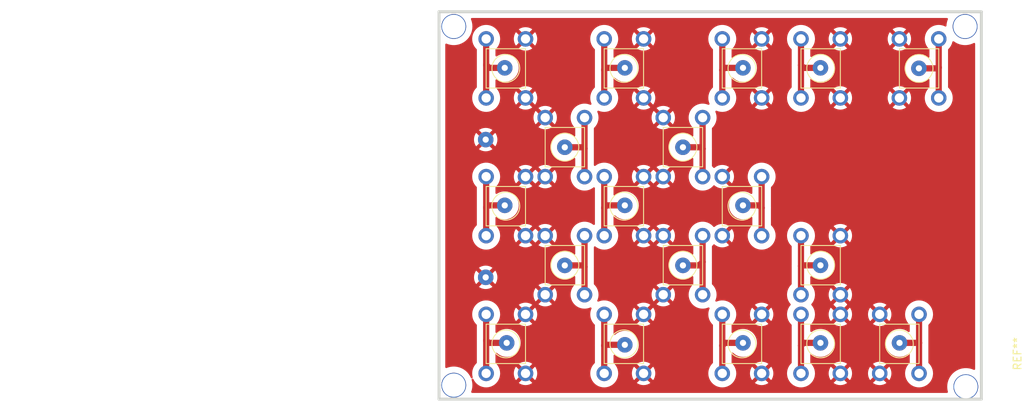
<source format=kicad_pcb>
(kicad_pcb (version 20211014) (generator pcbnew)
  (title_block (title "gswitch18") (date "24 jul 2015") (rev "1.1") (company "http://gswitch18.googlecode.com/"))
  (layers (0 "F.Cu" signal "Front") (31 "B.Cu" signal "Back") (34 "B.Paste" user) (35 "F.Paste" user) (36 "B.SilkS" user "B.Silkscreen") (37 "F.SilkS" user "F.Silkscreen") (38 "B.Mask" user) (39 "F.Mask" user) (44 "Edge.Cuts" user))
  (net 0 "")
  (net 1 "GND")
  (footprint "protoboard:protoboard" (layer "F.Cu") (at 193.3 41.7 -90)
    (fp_text reference "REF**" (at 44.14 -7.66 90) (layer "F.SilkS"))
    (fp_text value "protoboard")
    (fp_line (start 35.25 20.28) (end 30.17 20.28) (layer "F.SilkS") (width 0.12))
    (fp_line (start 35.25 32.98) (end 35.25 38.06) (layer "F.SilkS") (width 0.12))
    (fp_line (start 45.41 40.6) (end 45.41 45.68) (layer "F.SilkS") (width 0.12))
    (fp_line (start 45.41 60.92) (end 40.33 60.92) (layer "F.SilkS") (width 0.12))
    (fp_line (start 30.17 20.28) (end 30.17 15.2) (layer "F.SilkS") (width 0.12))
    (fp_line (start 4.77 2.5) (end 9.85 2.5) (layer "F.SilkS") (width 0.12))
    (fp_line (start 27.63 40.6) (end 27.63 45.68) (layer "F.SilkS") (width 0.12))
    (fp_line (start 4.77 7.58) (end 4.77 2.5) (layer "F.SilkS") (width 0.12))
    (fp_line (start 20.01 38.06) (end 14.93 38.06) (layer "F.SilkS") (width 0.12))
    (fp_line (start 22.55 30.44) (end 22.55 25.36) (layer "F.SilkS") (width 0.12))
    (fp_line (start 14.93 38.06) (end 14.93 32.98) (layer "F.SilkS") (width 0.12))
    (fp_line (start 20.01 48.22) (end 20.01 53.3) (layer "F.SilkS") (width 0.12))
    (fp_line (start 45.41 5.04) (end 45.41 10.12) (layer "F.SilkS") (width 0.12))
    (fp_line (start 40.33 30.44) (end 40.33 25.36) (layer "F.SilkS") (width 0.12))
    (fp_line (start 9.85 2.5) (end 9.85 7.58) (layer "F.SilkS") (width 0.12))
    (fp_line (start 14.93 48.22) (end 20.01 48.22) (layer "F.SilkS") (width 0.12))
    (fp_line (start 9.85 45.68) (end 4.77 45.68) (layer "F.SilkS") (width 0.12))
    (fp_line (start 45.41 55.84) (end 45.41 60.92) (layer "F.SilkS") (width 0.12))
    (fp_line (start 40.33 15.2) (end 45.41 15.2) (layer "F.SilkS") (width 0.12))
    (fp_line (start 40.33 25.36) (end 45.41 25.36) (layer "F.SilkS") (width 0.12))
    (fp_line (start 14.93 53.3) (end 14.93 48.22) (layer "F.SilkS") (width 0.12))
    (fp_line (start 40.33 40.6) (end 45.41 40.6) (layer "F.SilkS") (width 0.12))
    (fp_line (start 40.33 55.84) (end 45.41 55.84) (layer "F.SilkS") (width 0.12))
    (fp_line (start 27.63 60.92) (end 22.55 60.92) (layer "F.SilkS") (width 0.12))
    (fp_line (start 4.77 55.84) (end 9.85 55.84) (layer "F.SilkS") (width 0.12))
    (fp_line (start 30.17 38.06) (end 30.17 32.98) (layer "F.SilkS") (width 0.12))
    (fp_line (start 40.33 10.12) (end 40.33 5.04) (layer "F.SilkS") (width 0.12))
    (fp_line (start 9.85 30.44) (end 4.77 30.44) (layer "F.SilkS") (width 0.12))
    (fp_line (start 45.41 30.44) (end 40.33 30.44) (layer "F.SilkS") (width 0.12))
    (fp_line (start 30.17 32.98) (end 35.25 32.98) (layer "F.SilkS") (width 0.12))
    (fp_line (start 40.33 60.92) (end 40.33 55.84) (layer "F.SilkS") (width 0.12))
    (fp_line (start 35.25 53.3) (end 30.17 53.3) (layer "F.SilkS") (width 0.12))
    (fp_line (start 30.17 53.3) (end 30.17 48.22) (layer "F.SilkS") (width 0.12))
    (fp_line (start 9.85 25.36) (end 9.85 30.44) (layer "F.SilkS") (width 0.12))
    (fp_line (start 22.55 40.6) (end 27.63 40.6) (layer "F.SilkS") (width 0.12))
    (fp_line (start 30.17 15.2) (end 35.25 15.2) (layer "F.SilkS") (width 0.12))
    (fp_line (start 50 67) (end 0 67) (layer "F.SilkS") (width 0.12))
    (fp_line (start 9.85 15.2) (end 9.85 20.28) (layer "F.SilkS") (width 0.12))
    (fp_line (start 9.85 40.6) (end 9.85 45.68) (layer "F.SilkS") (width 0.12))
    (fp_line (start 4.77 45.68) (end 4.77 40.6) (layer "F.SilkS") (width 0.12))
    (fp_line (start 0 -3) (end 50 -3) (layer "F.SilkS") (width 0.12))
    (fp_line (start 22.55 60.92) (end 22.55 55.84) (layer "F.SilkS") (width 0.12))
    (fp_line (start 0 67) (end 0 -3) (layer "F.SilkS") (width 0.12))
    (fp_line (start 4.77 15.2) (end 9.85 15.2) (layer "F.SilkS") (width 0.12))
    (fp_line (start 30.17 48.22) (end 35.25 48.22) (layer "F.SilkS") (width 0.12))
    (fp_line (start 40.33 20.28) (end 40.33 15.2) (layer "F.SilkS") (width 0.12))
    (fp_line (start 4.77 20.28) (end 4.77 15.2) (layer "F.SilkS") (width 0.12))
    (fp_line (start 22.55 55.84) (end 27.63 55.84) (layer "F.SilkS") (width 0.12))
    (fp_line (start 20.01 53.3) (end 14.93 53.3) (layer "F.SilkS") (width 0.12))
    (fp_line (start 20.01 32.98) (end 20.01 38.06) (layer "F.SilkS") (width 0.12))
    (fp_line (start 35.25 48.22) (end 35.25 53.3) (layer "F.SilkS") (width 0.12))
    (fp_line (start 9.85 60.92) (end 4.77 60.92) (layer "F.SilkS") (width 0.12))
    (fp_line (start 4.77 25.36) (end 9.85 25.36) (layer "F.SilkS") (width 0.12))
    (fp_line (start 14.93 32.98) (end 20.01 32.98) (layer "F.SilkS") (width 0.12))
    (fp_line (start 45.41 15.2) (end 45.41 20.28) (layer "F.SilkS") (width 0.12))
    (fp_line (start 35.25 15.2) (end 35.25 20.28) (layer "F.SilkS") (width 0.12))
    (fp_line (start 9.85 55.84) (end 9.85 60.92) (layer "F.SilkS") (width 0.12))
    (fp_line (start 22.55 25.36) (end 27.63 25.36) (layer "F.SilkS") (width 0.12))
    (fp_line (start 4.77 40.6) (end 9.85 40.6) (layer "F.SilkS") (width 0.12))
    (fp_line (start 9.85 7.58) (end 4.77 7.58) (layer "F.SilkS") (width 0.12))
    (fp_line (start 22.55 45.68) (end 22.55 40.6) (layer "F.SilkS") (width 0.12))
    (fp_line (start 40.33 45.68) (end 40.33 40.6) (layer "F.SilkS") (width 0.12))
    (fp_line (start 40.33 5.04) (end 45.41 5.04) (layer "F.SilkS") (width 0.12))
    (fp_line (start 50 -3) (end 50 67) (layer "F.SilkS") (width 0.12))
    (fp_line (start 27.63 45.68) (end 22.55 45.68) (layer "F.SilkS") (width 0.12))
    (fp_line (start 45.41 10.12) (end 40.33 10.12) (layer "F.SilkS") (width 0.12))
    (fp_line (start 45.41 20.28) (end 40.33 20.28) (layer "F.SilkS") (width 0.12))
    (fp_line (start 45.41 45.68) (end 40.33 45.68) (layer "F.SilkS") (width 0.12))
    (fp_line (start 27.63 55.84) (end 27.63 60.92) (layer "F.SilkS") (width 0.12))
    (fp_line (start 9.85 20.28) (end 4.77 20.28) (layer "F.SilkS") (width 0.12))
    (fp_line (start 27.63 30.44) (end 22.55 30.44) (layer "F.SilkS") (width 0.12))
    (fp_line (start 35.25 38.06) (end 30.17 38.06) (layer "F.SilkS") (width 0.12))
    (fp_line (start 4.77 30.44) (end 4.77 25.36) (layer "F.SilkS") (width 0.12))
    (fp_line (start 4.77 60.92) (end 4.77 55.84) (layer "F.SilkS") (width 0.12))
    (fp_line (start 45.41 25.36) (end 45.41 30.44) (layer "F.SilkS") (width 0.12))
    (fp_line (start 27.63 25.36) (end 27.63 30.44) (layer "F.SilkS") (width 0.12))
    (fp_circle (center 42.87 58.38) (end 44.14 59.65) (layer "F.SilkS") (width 0.12) (fill none))
    (fp_circle (center 25.09 58.38) (end 26.36 59.65) (layer "F.SilkS") (width 0.12) (fill none))
    (fp_circle (center 7.31 27.9) (end 8.58 29.17) (layer "F.SilkS") (width 0.12) (fill none))
    (fp_circle (center 42.87 7.58) (end 44.14 8.85) (layer "F.SilkS") (width 0.12) (fill none))
    (fp_circle (center 7.31 58.38) (end 8.58 59.65) (layer "F.SilkS") (width 0.12) (fill none))
    (fp_circle (center 25.09 27.9) (end 26.36 29.17) (layer "F.SilkS") (width 0.12) (fill none))
    (fp_circle (center 32.71 35.52) (end 33.98 36.79) (layer "F.SilkS") (width 0.12) (fill none))
    (fp_circle (center 7.31 5.04) (end 8.58 6.31) (layer "F.SilkS") (width 0.12) (fill none))
    (fp_circle (center 7.31 43.14) (end 8.58 44.41) (layer "F.SilkS") (width 0.12) (fill none))
    (fp_circle (center 17.47 50.76) (end 18.74 52.03) (layer "F.SilkS") (width 0.12) (fill none))
    (fp_circle (center 32.71 50.76) (end 33.98 52.03) (layer "F.SilkS") (width 0.12) (fill none))
    (fp_circle (center 42.87 43.14) (end 44.14 44.41) (layer "F.SilkS") (width 0.12) (fill none))
    (fp_circle (center 17.47 35.52) (end 18.74 36.79) (layer "F.SilkS") (width 0.12) (fill none))
    (fp_circle (center 32.71 17.74) (end 33.98 19.01) (layer "F.SilkS") (width 0.12) (fill none))
    (fp_circle (center 25.09 43.14) (end 26.36 44.41) (layer "F.SilkS") (width 0.12) (fill none))
    (fp_circle (center 42.87 17.74) (end 44.14 19.01) (layer "F.SilkS") (width 0.12) (fill none))
    (fp_circle (center 42.87 27.9) (end 44.14 29.17) (layer "F.SilkS") (width 0.12) (fill none))
    (fp_circle (center 7.31 17.74) (end 8.58 19.01) (layer "F.SilkS") (width 0.12) (fill none))
    (pad "1" thru_hole circle locked (at 39.06 5.04 270) (size 2 2) (drill 1.2) (layers *.Cu *.Mask))
    (pad "2" thru_hole circle locked (at 46.68 5.04 270) (size 2 2) (drill 1.2) (layers *.Cu *.Mask))
    (pad "3" thru_hole circle locked (at 39.06 10.12 270) (size 2 2) (drill 1.2) (layers *.Cu *.Mask) (net 1 "GND"))
    (pad "4" thru_hole circle locked (at 46.68 10.12 270) (size 2 2) (drill 1.2) (layers *.Cu *.Mask) (net 1 "GND"))
    (pad "5" thru_hole circle locked (at 3.5 2.5 270) (size 2 2) (drill 1.2) (layers *.Cu *.Mask))
    (pad "6" thru_hole circle locked (at 11.12 2.5 270) (size 2 2) (drill 1.2) (layers *.Cu *.Mask))
    (pad "7" thru_hole circle locked (at 17.49 35.52 270) (size 2 2) (drill 0.8) (layers *.Cu *.Mask))
    (pad "7" thru_hole circle locked (at 7.3 5.06 270) (size 2 2) (drill 0.8) (layers *.Cu *.Mask))
    (pad "7" thru_hole circle locked (at 32.74 50.77 270) (size 2 2) (drill 0.8) (layers *.Cu *.Mask))
    (pad "7" thru_hole circle locked (at 7.24 58.52 270) (size 2 2) (drill 0.8) (layers *.Cu *.Mask))
    (pad "7" thru_hole circle locked (at 42.74 58.27 270) (size 2 2) (drill 0.8) (layers *.Cu *.Mask))
    (pad "7" thru_hole circle locked (at 32.74 35.52 270) (size 2 2) (drill 0.8) (layers *.Cu *.Mask))
    (pad "7" thru_hole circle locked (at 16.5 60.98 270) (size 2 2) (drill 0.8) (layers *.Cu *.Mask) (net 1 "GND"))
    (pad "7" thru_hole circle locked (at 42.74 17.77 270) (size 2 2) (drill 0.8) (layers *.Cu *.Mask))
    (pad "7" thru_hole circle locked (at 3.5 7.58 270) (size 2 2) (drill 1.2) (layers *.Cu *.Mask) (net 1 "GND"))
    (pad "7" thru_hole circle locked (at 42.74 27.77 270) (size 2 2) (drill 0.8) (layers *.Cu *.Mask))
    (pad "7" thru_hole circle locked (at 24.99 27.77 270) (size 2 2) (drill 0.8) (layers *.Cu *.Mask))
    (pad "7" thru_hole circle locked (at 24.99 43.02 270) (size 2 2) (drill 0.8) (layers *.Cu *.Mask))
    (pad "7" thru_hole circle locked (at 7.24 17.77 270) (size 2 2) (drill 0.8) (layers *.Cu *.Mask))
    (pad "7" thru_hole circle locked (at 17.49 50.77 270) (size 2 2) (drill 0.8) (layers *.Cu *.Mask))
    (pad "7" thru_hole circle locked (at 7.24 27.77 270) (size 2 2) (drill 0.8) (layers *.Cu *.Mask))
    (pad "7" thru_hole circle locked (at 24.99 58.52 270) (size 2 2) (drill 0.8) (layers *.Cu *.Mask))
    (pad "7" thru_hole circle locked (at 42.74 7.56 270) (size 2 2) (drill 0.8) (layers *.Cu *.Mask))
    (pad "7" thru_hole circle locked (at 34.28 60.98 270) (size 2 2) (drill 0.8) (layers *.Cu *.Mask) (net 1 "GND"))
    (pad "7" thru_hole circle locked (at 42.99 43.02 270) (size 2 2) (drill 0.8) (layers *.Cu *.Mask))
    (pad "7" thru_hole circle locked (at 32.73 17.77 270) (size 2 2) (drill 0.8) (layers *.Cu *.Mask))
    (pad "7" thru_hole circle locked (at 7.24 43.02 270) (size 2 2) (drill 0.8) (layers *.Cu *.Mask))
    (pad "8" thru_hole circle locked (at 11.12 7.58 270) (size 2 2) (drill 1.2) (layers *.Cu *.Mask) (net 1 "GND"))
    (pad "9" thru_hole circle locked (at 3.5 15.2 270) (size 2 2) (drill 1.2) (layers *.Cu *.Mask) (net 1 "GND"))
    (pad "10" thru_hole circle locked (at 11.12 15.2 270) (size 2 2) (drill 1.2) (layers *.Cu *.Mask) (net 1 "GND"))
    (pad "11" thru_hole circle locked (at 3.5 20.28 270) (size 2 2) (drill 1.2) (layers *.Cu *.Mask))
    (pad "12" thru_hole circle locked (at 11.12 20.28 270) (size 2 2) (drill 1.2) (layers *.Cu *.Mask))
    (pad "13" thru_hole circle locked (at 28.9 15.2 270) (size 2 2) (drill 1.2) (layers *.Cu *.Mask) (net 1 "GND"))
    (pad "14" thru_hole circle locked (at 36.52 15.2 270) (size 2 2) (drill 1.2) (layers *.Cu *.Mask) (net 1 "GND"))
    (pad "15" thru_hole circle locked (at 28.9 20.28 270) (size 2 2) (drill 1.2) (layers *.Cu *.Mask))
    (pad "16" thru_hole circle locked (at 36.52 20.28 270) (size 2 2) (drill 1.2) (layers *.Cu *.Mask))
    (pad "17" thru_hole circle locked (at 39.06 15.2 270) (size 2 2) (drill 1.2) (layers *.Cu *.Mask) (net 1 "GND"))
    (pad "18" thru_hole circle locked (at 46.68 15.2 270) (size 2 2) (drill 1.2) (layers *.Cu *.Mask) (net 1 "GND"))
    (pad "19" thru_hole circle locked (at 39.06 20.28 270) (size 2 2) (drill 1.2) (layers *.Cu *.Mask))
    (pad "20" thru_hole circle locked (at 46.68 20.28 270) (size 2 2) (drill 1.2) (layers *.Cu *.Mask))
    (pad "21" thru_hole circle locked (at 3.5 25.36 270) (size 2 2) (drill 1.2) (layers *.Cu *.Mask) (net 1 "GND"))
    (pad "22" thru_hole circle locked (at 11.12 25.36 270) (size 2 2) (drill 1.2) (layers *.Cu *.Mask) (net 1 "GND"))
    (pad "23" thru_hole circle locked (at 3.5 30.44 270) (size 2 2) (drill 1.2) (layers *.Cu *.Mask))
    (pad "24" thru_hole circle locked (at 11.12 30.44 270) (size 2 2) (drill 1.2) (layers *.Cu *.Mask))
    (pad "25" thru_hole circle locked (at 21.28 25.36 270) (size 2 2) (drill 1.2) (layers *.Cu *.Mask))
    (pad "26" thru_hole circle locked (at 28.9 25.36 270) (size 2 2) (drill 1.2) (layers *.Cu *.Mask))
    (pad "27" thru_hole circle locked (at 21.28 30.44 270) (size 2 2) (drill 1.2) (layers *.Cu *.Mask) (net 1 "GND"))
    (pad "28" thru_hole circle locked (at 28.9 30.44 270) (size 2 2) (drill 1.2) (layers *.Cu *.Mask) (net 1 "GND"))
    (pad "29" thru_hole circle locked (at 39.06 25.36 270) (size 2 2) (drill 1.2) (layers *.Cu *.Mask) (net 1 "GND"))
    (pad "30" thru_hole circle locked (at 46.68 25.36 270) (size 2 2) (drill 1.2) (layers *.Cu *.Mask) (net 1 "GND"))
    (pad "31" thru_hole circle locked (at 39.06 30.44 270) (size 2 2) (drill 1.2) (layers *.Cu *.Mask))
    (pad "32" thru_hole circle locked (at 46.68 30.44 270) (size 2 2) (drill 1.2) (layers *.Cu *.Mask))
    (pad "33" thru_hole circle locked (at 13.66 32.98 270) (size 2 2) (drill 1.2) (layers *.Cu *.Mask))
    (pad "34" thru_hole circle locked (at 21.28 32.98 270) (size 2 2) (drill 1.2) (layers *.Cu *.Mask))
    (pad "35" thru_hole circle locked (at 13.66 38.06 270) (size 2 2) (drill 1.2) (layers *.Cu *.Mask) (net 1 "GND"))
    (pad "36" thru_hole circle locked (at 21.28 38.06 270) (size 2 2) (drill 1.2) (layers *.Cu *.Mask) (net 1 "GND"))
    (pad "37" thru_hole circle locked (at 28.9 32.98 270) (size 2 2) (drill 1.2) (layers *.Cu *.Mask))
    (pad "38" thru_hole circle locked (at 36.52 32.98 270) (size 2 2) (drill 1.2) (layers *.Cu *.Mask))
    (pad "39" thru_hole circle locked (at 28.9 38.06 270) (size 2 2) (drill 1.2) (layers *.Cu *.Mask) (net 1 "GND"))
    (pad "40" thru_hole circle locked (at 36.52 38.06 270) (size 2 2) (drill 1.2) (layers *.Cu *.Mask) (net 1 "GND"))
    (pad "41" thru_hole circle locked (at 3.5 40.6 270) (size 2 2) (drill 1.2) (layers *.Cu *.Mask) (net 1 "GND"))
    (pad "42" thru_hole circle locked (at 11.12 40.6 270) (size 2 2) (drill 1.2) (layers *.Cu *.Mask) (net 1 "GND"))
    (pad "43" thru_hole circle locked (at 3.5 45.68 270) (size 2 2) (drill 1.2) (layers *.Cu *.Mask))
    (pad "44" thru_hole circle locked (at 11.12 45.68 270) (size 2 2) (drill 1.2) (layers *.Cu *.Mask))
    (pad "45" thru_hole circle locked (at 21.28 40.6 270) (size 2 2) (drill 1.2) (layers *.Cu *.Mask) (net 1 "GND"))
    (pad "46" thru_hole circle locked (at 28.9 40.6 270) (size 2 2) (drill 1.2) (layers *.Cu *.Mask) (net 1 "GND"))
    (pad "47" thru_hole circle locked (at 21.28 45.68 270) (size 2 2) (drill 1.2) (layers *.Cu *.Mask))
    (pad "48" thru_hole circle locked (at 28.9 45.68 270) (size 2 2) (drill 1.2) (layers *.Cu *.Mask))
    (pad "49" thru_hole circle locked (at 39.06 40.6 270) (size 2 2) (drill 1.2) (layers *.Cu *.Mask) (net 1 "GND"))
    (pad "50" thru_hole circle locked (at 46.68 40.6 270) (size 2 2) (drill 1.2) (layers *.Cu *.Mask) (net 1 "GND"))
    (pad "51" thru_hole circle locked (at 39.06 45.68 270) (size 2 2) (drill 1.2) (layers *.Cu *.Mask))
    (pad "52" thru_hole circle locked (at 46.68 45.68 270) (size 2 2) (drill 1.2) (layers *.Cu *.Mask))
    (pad "53" thru_hole circle locked (at 13.66 48.22 270) (size 2 2) (drill 1.2) (layers *.Cu *.Mask))
    (pad "54" thru_hole circle locked (at 21.28 48.22 270) (size 2 2) (drill 1.2) (layers *.Cu *.Mask))
    (pad "55" thru_hole circle locked (at 13.66 53.3 270) (size 2 2) (drill 1.2) (layers *.Cu *.Mask) (net 1 "GND"))
    (pad "56" thru_hole circle locked (at 21.28 53.3 270) (size 2 2) (drill 1.2) (layers *.Cu *.Mask) (net 1 "GND"))
    (pad "57" thru_hole circle locked (at 28.9 48.22 270) (size 2 2) (drill 1.2) (layers *.Cu *.Mask))
    (pad "58" thru_hole circle locked (at 36.52 48.22 270) (size 2 2) (drill 1.2) (layers *.Cu *.Mask))
    (pad "59" thru_hole circle locked (at 28.9 53.3 270) (size 2 2) (drill 1.2) (layers *.Cu *.Mask) (net 1 "GND"))
    (pad "60" thru_hole circle locked (at 36.52 53.3 270) (size 2 2) (drill 1.2) (layers *.Cu *.Mask) (net 1 "GND"))
    (pad "61" thru_hole circle locked (at 3.5 55.84 270) (size 2 2) (drill 1.2) (layers *.Cu *.Mask) (net 1 "GND"))
    (pad "62" thru_hole circle locked (at 11.12 55.84 270) (size 2 2) (drill 1.2) (layers *.Cu *.Mask) (net 1 "GND"))
    (pad "63" thru_hole circle locked (at 3.5 60.92 270) (size 2 2) (drill 1.2) (layers *.Cu *.Mask))
    (pad "64" thru_hole circle locked (at 11.12 60.92 270) (size 2 2) (drill 1.2) (layers *.Cu *.Mask))
    (pad "65" thru_hole circle locked (at 21.28 55.84 270) (size 2 2) (drill 1.2) (layers *.Cu *.Mask) (net 1 "GND"))
    (pad "66" thru_hole circle locked (at 28.9 55.84 270) (size 2 2) (drill 1.2) (layers *.Cu *.Mask) (net 1 "GND"))
    (pad "67" thru_hole circle locked (at 21.28 60.92 270) (size 2 2) (drill 1.2) (layers *.Cu *.Mask))
    (pad "68" thru_hole circle locked (at 28.9 60.92 270) (size 2 2) (drill 1.2) (layers *.Cu *.Mask))
    (pad "69" thru_hole circle locked (at 39.06 55.84 270) (size 2 2) (drill 1.2) (layers *.Cu *.Mask) (net 1 "GND"))
    (pad "70" thru_hole circle locked (at 46.68 55.84 270) (size 2 2) (drill 1.2) (layers *.Cu *.Mask) (net 1 "GND"))
    (pad "71" thru_hole circle locked (at 39.06 60.92 270) (size 2 2) (drill 1.2) (layers *.Cu *.Mask))
    (pad "72" thru_hole circle locked (at 46.68 60.92 270) (size 2 2) (drill 1.2) (layers *.Cu *.Mask))
    (pad "73" thru_hole circle locked (at 1.9 -0.9 270) (size 3.2 3.2) (drill 3) (layers *.Cu *.Mask))
    (pad "74" thru_hole circle locked (at 48.4 -1 270) (size 3.2 3.2) (drill 3) (layers *.Cu *.Mask))
    (pad "75" thru_hole circle locked (at 1.9 65.1 270) (size 3.2 3.2) (drill 3) (layers *.Cu *.Mask))
    (pad "76" thru_hole circle locked (at 48.2 65.1 270) (size 3.2 3.2) (drill 3) (layers *.Cu *.Mask))
  )
  (gr_line (start 126.3 91.7) (end 126.3 41.7) (layer "Edge.Cuts") (width 0.381))
  (gr_line (start 196.3 41.7) (end 196.3 91.7) (layer "Edge.Cuts") (width 0.381))
  (gr_line (start 196.3 91.7) (end 126.3 91.7) (layer "Edge.Cuts") (width 0.381))
  (gr_line (start 126.3 41.7) (end 196.3 41.7) (layer "Edge.Cuts") (width 0.381))
  (segment (start 175.53 48.94) (end 173.365 48.94) (width 0.8) (layer "F.Cu") (net 0))
  (segment (start 144.89 74.44) (end 145.08 74.63) (width 0.8) (layer "F.Cu") (net 0))
  (segment (start 190.8 48.9) (end 190.8 45.2) (width 0.8) (layer "F.Cu") (net 0))
  (segment (start 173.11 74.43) (end 173.02 74.52) (width 0.8) (layer "F.Cu") (net 0))
  (segment (start 185.74 84.44) (end 188.26 84.44) (width 0.8) (layer "F.Cu") (net 0))
  (segment (start 145.08 78.22) (end 145.08 74.63) (width 0.8) (layer "F.Cu") (net 0))
  (segment (start 175.53 84.44) (end 173.37 84.44) (width 0.8) (layer "F.Cu") (net 0))
  (segment (start 145.08 62.98) (end 145.08 59.355) (width 0.8) (layer "F.Cu") (net 0))
  (segment (start 173.37 84.44) (end 173.02 84.79) (width 0.8) (layer "F.Cu") (net 0))
  (segment (start 132.38 70.6) (end 132.38 66.975) (width 0.8) (layer "F.Cu") (net 0))
  (segment (start 190.8 52.82) (end 190.8 48.9) (width 0.8) (layer "F.Cu") (net 0))
  (segment (start 173.365 48.94) (end 173.02 48.595) (width 0.8) (layer "F.Cu") (net 0))
  (segment (start 150.28 84.69) (end 147.72 84.69) (width 0.8) (layer "F.Cu") (net 0))
  (segment (start 132.38 66.975) (end 132.38 62.98) (width 0.8) (layer "F.Cu") (net 0))
  (segment (start 147.875 48.94) (end 147.62 49.195) (width 0.8) (layer "F.Cu") (net 0))
  (segment (start 157.78 74.44) (end 159.875 74.44) (width 0.8) (layer "F.Cu") (net 0))
  (segment (start 132.76 48.94) (end 132.38 48.56) (width 0.8) (layer "F.Cu") (net 0))
  (segment (start 188.26 84.44) (end 188.26 80.76) (width 0.8) (layer "F.Cu") (net 0))
  (segment (start 175.53 74.43) (end 173.11 74.43) (width 0.8) (layer "F.Cu") (net 0))
  (segment (start 147.62 84.79) (end 147.62 80.76) (width 0.8) (layer "F.Cu") (net 0))
  (segment (start 160.12 59.19) (end 160.32 59.39) (width 0.8) (layer "F.Cu") (net 0))
  (segment (start 132.38 88.38) (end 132.38 84.12) (width 0.8) (layer "F.Cu") (net 0))
  (segment (start 165.53 84.44) (end 163.21 84.44) (width 0.8) (layer "F.Cu") (net 0))
  (segment (start 160.32 59.39) (end 160.32 55.36) (width 0.8) (layer "F.Cu") (net 0))
  (segment (start 165.53 48.94) (end 163.15 48.94) (width 0.8) (layer "F.Cu") (net 0))
  (segment (start 150.28 48.94) (end 147.875 48.94) (width 0.8) (layer "F.Cu") (net 0))
  (segment (start 159.875 74.44) (end 160.32 73.995) (width 0.8) (layer "F.Cu") (net 0))
  (segment (start 190.7 49) (end 190.8 48.9) (width 0.8) (layer "F.Cu") (net 0))
  (segment (start 163.21 84.44) (end 162.86 84.79) (width 0.8) (layer "F.Cu") (net 0))
  (segment (start 132.38 52.82) (end 132.38 48.56) (width 0.8) (layer "F.Cu") (net 0))
  (segment (start 145.08 74.63) (end 145.08 70.6) (width 0.8) (layer "F.Cu") (net 0))
  (segment (start 165.53 66.69) (end 167.62 66.69) (width 0.8) (layer "F.Cu") (net 0))
  (segment (start 167.94 67.01) (end 167.94 62.98) (width 0.8) (layer "F.Cu") (net 0))
  (segment (start 163.15 48.94) (end 162.86 49.23) (width 0.8) (layer "F.Cu") (net 0))
  (segment (start 147.62 88.38) (end 147.62 84.79) (width 0.8) (layer "F.Cu") (net 0))
  (segment (start 150.28 66.69) (end 147.94 66.69) (width 0.8) (layer "F.Cu") (net 0))
  (segment (start 147.62 49.195) (end 147.62 52.82) (width 0.8) (layer "F.Cu") (net 0))
  (segment (start 157.78 59.19) (end 160.12 59.19) (width 0.8) (layer "F.Cu") (net 0))
  (segment (start 173.02 74.52) (end 173.02 70.6) (width 0.8) (layer "F.Cu") (net 0))
  (segment (start 132.38 48.56) (end 132.38 45.2) (width 0.8) (layer "F.Cu") (net 0))
  (segment (start 173.02 84.79) (end 173.02 80.76) (width 0.8) (layer "F.Cu") (net 0))
  (segment (start 132.38 84.12) (end 132.38 80.76) (width 0.8) (layer "F.Cu") (net 0))
  (segment (start 162.86 84.79) (end 162.86 80.76) (width 0.8) (layer "F.Cu") (net 0))
  (segment (start 188.24 49) (end 190.7 49) (width 0.8) (layer "F.Cu") (net 0))
  (segment (start 160.32 73.995) (end 160.32 70.6) (width 0.8) (layer "F.Cu") (net 0))
  (segment (start 173.02 88.38) (end 173.02 84.79) (width 0.8) (layer "F.Cu") (net 0))
  (segment (start 173.02 52.82) (end 173.02 48.595) (width 0.8) (layer "F.Cu") (net 0))
  (segment (start 147.62 45.2) (end 147.62 49.195) (width 0.8) (layer "F.Cu") (net 0))
  (segment (start 188.26 88.38) (end 188.26 84.44) (width 0.8) (layer "F.Cu") (net 0))
  (segment (start 162.86 88.38) (end 162.86 84.79) (width 0.8) (layer "F.Cu") (net 0))
  (segment (start 147.62 67.01) (end 147.62 62.98) (width 0.8) (layer "F.Cu") (net 0))
  (segment (start 134.78 48.94) (end 132.76 48.94) (width 0.8) (layer "F.Cu") (net 0))
  (segment (start 167.94 70.6) (end 167.94 67.01) (width 0.8) (layer "F.Cu") (net 0))
  (segment (start 144.915 59.19) (end 145.08 59.355) (width 0.8) (layer "F.Cu") (net 0))
  (segment (start 160.32 78.22) (end 160.32 73.995) (width 0.8) (layer "F.Cu") (net 0))
  (segment (start 167.62 66.69) (end 167.94 67.01) (width 0.8) (layer "F.Cu") (net 0))
  (segment (start 142.53 74.44) (end 144.89 74.44) (width 0.8) (layer "F.Cu") (net 0))
  (segment (start 135.03 84.44) (end 132.7 84.44) (width 0.8) (layer "F.Cu") (net 0))
  (segment (start 132.665 66.69) (end 132.38 66.975) (width 0.8) (layer "F.Cu") (net 0))
  (segment (start 162.86 49.23) (end 162.86 45.2) (width 0.8) (layer "F.Cu") (net 0))
  (segment (start 134.78 66.69) (end 132.665 66.69) (width 0.8) (layer "F.Cu") (net 0))
  (segment (start 147.62 70.6) (end 147.62 67.01) (width 0.8) (layer "F.Cu") (net 0))
  (segment (start 132.7 84.44) (end 132.38 84.12) (width 0.8) (layer "F.Cu") (net 0))
  (segment (start 145.08 59.355) (end 145.08 55.36) (width 0.8) (layer "F.Cu") (net 0))
  (segment (start 173.02 78.22) (end 173.02 74.52) (width 0.8) (layer "F.Cu") (net 0))
  (segment (start 160.32 62.98) (end 160.32 59.39) (width 0.8) (layer "F.Cu") (net 0))
  (segment (start 147.94 66.69) (end 147.62 67.01) (width 0.8) (layer "F.Cu") (net 0))
  (segment (start 142.53 59.19) (end 144.915 59.19) (width 0.8) (layer "F.Cu") (net 0))
  (segment (start 173.02 48.595) (end 173.02 45.2) (width 0.8) (layer "F.Cu") (net 0))
  (segment (start 147.72 84.69) (end 147.62 84.79) (width 0.8) (layer "F.Cu") (net 0))
  (segment (start 162.86 52.82) (end 162.86 49.23) (width 0.8) (layer "F.Cu") (net 0))
  (zone (net 1) (net_name "GND") (layer "F.Cu") (connect_pads (clearance 0.8)) (min_thickness 0.254) (fill yes (thermal_gap 0.508) (thermal_bridge_width 0.508))
    (polygon (pts (xy 196.4 92) (xy 126.1 92) (xy 126.1 41.5) (xy 196.4 41.5)))
  )
)
</source>
